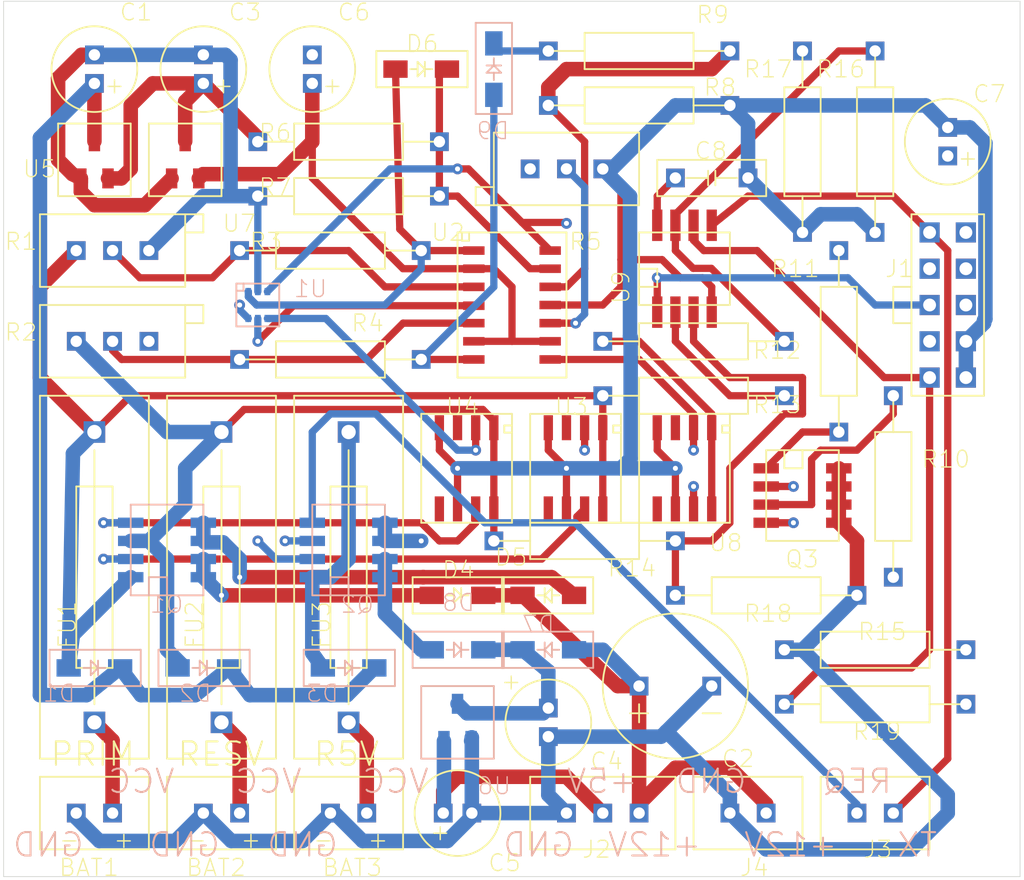
<source format=kicad_pcb>
(kicad_pcb (version 20221018) (generator pcbnew)
  (layers (0 "F.Cu" signal) (1 "In1.Cu" signal) (2 "In2.Cu" signal) (31 "B.Cu" signal) (34 "B.Paste" user) (35 "F.Paste" user) (36 "B.SilkS" user "B.Silkscreen") (37 "F.SilkS" user "F.Silkscreen") (38 "B.Mask" user) (39 "F.Mask" user) (44 "Edge.Cuts" user))
  (net 0 "")
  (net 1 "RESERVE_SUPPLY_12V")
  (net 2 "PRIMARY_SUPPLY_12V")
  (net 3 "GND")
  (net 4 "N$1")
  (net 5 "SUPPLY_CONTROL_+5V")
  (net 6 "IS_PRIMARY_BATTERY_OK")
  (net 7 "IS_USE_RESERVE_BATTERY")
  (net 8 "+5V")
  (net 9 "N$3")
  (net 10 "N$8")
  (net 11 "IS_RESERVE_BATTERY_OK")
  (net 12 "USE_PRIMARY_BATTERY")
  (net 13 "USE_RESERVE_BATTERY")
  (net 14 "PRIMARY_VOLTAGE_LEVEL")
  (net 15 "RESERVE_VOLTAGE_LEVEL")
  (net 16 "SUPPLY_UART_TX")
  (net 17 "+12V")
  (net 18 "IS_12V_POWER_OK")
  (net 19 "RESERVE_+5V_SUPPLY")
  (net 20 "N$26")
  (net 21 "RESERVE_+5V_LEVEL")
  (net 22 "N$9")
  (net 23 "N$18")
  (net 24 "N$19")
  (net 25 "N$12")
  (net 26 "N$13")
  (net 27 "SUPPLY_AVR_+5V")
  (net 28 "IS_ENABLE_RESERVE_+5V_INV")
  (net 29 "REQUEST_SUPPLY_MEASURE_INV")
  (net 30 "N$17")
  (net 31 "N$25")
  (net 32 "N$27")
  (net 33 "N$29")
  (net 34 "CURRENT_SUPPLY_IN_USE")
  (net 35 "USE_RESERVE_5V_BATTERY")
  (net 36 "N$5")
  (net 37 "N$2")
  (net 38 "SUPPLY_CONTROL_3V3")
  (net 39 "N$28")
  (net 40 "BAT3")
  (net 41 "BAT1")
  (net 42 "BAT2")
  (footprint "supply:SOIC-8" (layer "F.Cu") (at 161.2111 107.0611 -90)
    (fp_text reference "U8")
    (fp_text value "FAN73611" hide)
  )
  (footprint "supply:C-1" (layer "F.Cu") (at 162.4811 86.7411)
    (fp_text reference "C8")
    (fp_text value "0.1 uF" hide)
  )
  (footprint "supply:RD-3296W-1-205LF" (layer "F.Cu") (at 152.3211 86.1061 180)
    (fp_text reference "R5")
    (fp_text value "2M" hide)
  )
  (footprint "" (layer "F.Cu") (at 180.2611 78.4861)
    (fp_text reference "@HOLE1" hide)
    (fp_text value "")
  )
  (footprint "supply:SOIC-8" (layer "F.Cu") (at 145.9711 107.0611 -90)
    (fp_text reference "U4")
    (fp_text value "FAN73611" hide)
  )
  (footprint "supply:D-SOD-123FL" (layer "F.Cu") (at 151.0511 115.9511 180)
    (fp_text reference "D5")
    (fp_text value "MBR130LSFT1G" hide)
  )
  (footprint "supply:R" (layer "F.Cu") (at 161.2111 101.9811 180)
    (fp_text reference "R13")
    (fp_text value "2M" hide)
  )
  (footprint "supply:R" (layer "F.Cu") (at 168.8311 84.2011 90)
    (fp_text reference "R17")
    (fp_text value "1M" hide)
  )
  (footprint "supply:JST-XH254-2P" (layer "F.Cu") (at 173.9111 131.1911 180)
    (fp_text reference "J3")
    (fp_text value "JST-XH254-2P" hide)
  )
  (footprint "supply:R" (layer "F.Cu") (at 175.1811 108.3311 -90)
    (fp_text reference "R10")
    (fp_text value "10K" hide)
  )
  (footprint "supply:FU" (layer "F.Cu") (at 119.3011 114.6811 90)
    (fp_text reference "FU1")
    (fp_text value "H520PT / 1A" hide)
  )
  (footprint "supply:USBASP_PIN" (layer "F.Cu") (at 178.9911 95.6311)
    (fp_text reference "J1")
    (fp_text value "USBASP_PIN" hide)
  )
  (footprint "supply:R" (layer "F.Cu") (at 137.0811 84.2011)
    (fp_text reference "R6")
    (fp_text value "2M" hide)
  )
  (footprint "" (layer "F.Cu") (at 114.8561 76.5811)
    (fp_text reference "@HOLE0" hide)
    (fp_text value "")
  )
  (footprint "supply:C-MINI-5X7" (layer "F.Cu") (at 134.5411 79.1211 90)
    (fp_text reference "C6")
    (fp_text value "10 uF" hide)
  )
  (footprint "supply:BATTERY" (layer "F.Cu") (at 119.3011 131.1911)
    (fp_text reference "BAT1")
    (fp_text value "12V ... 15V" hide)
  )
  (footprint "supply:R" (layer "F.Cu") (at 173.9111 84.2011 90)
    (fp_text reference "R16")
    (fp_text value "1M" hide)
  )
  (footprint "supply:RD-3296W-1-205LF" (layer "F.Cu") (at 120.5711 98.1711)
    (fp_text reference "R2")
    (fp_text value "2M" hide)
  )
  (footprint "supply:D-SOD-123FL" (layer "F.Cu") (at 142.1611 79.1211)
    (fp_text reference "D6")
    (fp_text value "MBR130LSFT1G" hide)
  )
  (footprint "supply:R" (layer "F.Cu") (at 173.9111 119.7611)
    (fp_text reference "R15")
    (fp_text value "10K" hide)
  )
  (footprint "supply:FU" (layer "F.Cu") (at 137.0811 114.6811 90)
    (fp_text reference "FU3")
    (fp_text value "H520PT / 0.5A" hide)
  )
  (footprint "supply:RD-3296W-1-205LF" (layer "F.Cu") (at 120.5711 91.8211)
    (fp_text reference "R1")
    (fp_text value "2M" hide)
  )
  (footprint "supply:SOT-23A" (layer "F.Cu") (at 119.3011 85.4711)
    (fp_text reference "U5")
    (fp_text value "MCP1703T-5002E/CB" hide)
  )
  (footprint "supply:SOT-23A" (layer "F.Cu") (at 125.6511 85.4711)
    (fp_text reference "U7")
    (fp_text value "MCP1703T-3302E/CB" hide)
  )
  (footprint "supply:BATTERY" (layer "F.Cu") (at 137.0811 131.1911)
    (fp_text reference "BAT3")
    (fp_text value "10V ... 15V" hide)
  )
  (footprint "supply:FU" (layer "F.Cu") (at 128.1911 114.6811 90)
    (fp_text reference "FU2")
    (fp_text value "H520PT / 1A" hide)
  )
  (footprint "supply:R" (layer "F.Cu") (at 135.8111 99.4411 180)
    (fp_text reference "R4")
    (fp_text value "2M" hide)
  )
  (footprint "supply:D-SOD-123FL" (layer "F.Cu") (at 144.7011 115.9511)
    (fp_text reference "D4")
    (fp_text value "MBR130LSFT1G" hide)
  )
  (footprint "supply:SO-8-209" (layer "F.Cu") (at 161.2111 93.0911 90)
    (fp_text reference "U9")
    (fp_text value "ATTINY13SO-8-209" hide)
  )
  (footprint "supply:C-MINI-5X7" (layer "F.Cu") (at 119.3011 79.1211 90)
    (fp_text reference "C1")
    (fp_text value "10 uF" hide)
  )
  (footprint "supply:JST-XH254-3P" (layer "F.Cu") (at 154.8611 131.1911 180)
    (fp_text reference "J2")
    (fp_text value "JST-XH254-3P" hide)
  )
  (footprint "" (layer "F.Cu") (at 181.5311 133.0961)
    (fp_text reference "@HOLE2" hide)
    (fp_text value "")
  )
  (footprint "supply:R" (layer "F.Cu") (at 161.2111 98.1711 180)
    (fp_text reference "R12")
    (fp_text value "2M" hide)
  )
  (footprint "supply:R" (layer "F.Cu") (at 135.8111 91.8211)
    (fp_text reference "R3")
    (fp_text value "2M" hide)
  )
  (footprint "supply:BATTERY" (layer "F.Cu") (at 128.1911 131.1911)
    (fp_text reference "BAT2")
    (fp_text value "12V ... 15V" hide)
  )
  (footprint "supply:JST-XH254-2P" (layer "F.Cu") (at 165.0211 131.1911)
    (fp_text reference "J4")
    (fp_text value "JST-XH254-2P" hide)
  )
  (footprint "supply:R" (layer "F.Cu") (at 137.0811 88.0111)
    (fp_text reference "R7")
    (fp_text value "1M" hide)
  )
  (footprint "supply:R" (layer "F.Cu") (at 153.5911 112.1411 180)
    (fp_text reference "R14")
    (fp_text value "2M" hide)
  )
  (footprint "supply:R" (layer "F.Cu") (at 173.9111 123.5711 180)
    (fp_text reference "R19")
    (fp_text value "620" hide)
  )
  (footprint "supply:C-MINI-5X7" (layer "F.Cu") (at 178.9911 84.2011 90)
    (fp_text reference "C7")
    (fp_text value "10 uF" hide)
  )
  (footprint "supply:C-MINI-5X7" (layer "F.Cu") (at 126.9211 79.1211 90)
    (fp_text reference "C3")
    (fp_text value "10 uF" hide)
  )
  (footprint "supply:C-MINI-5X7" (layer "F.Cu") (at 144.7011 131.1911)
    (fp_text reference "C5")
    (fp_text value "10 uF" hide)
  )
  (footprint "supply:SO-14" (layer "F.Cu") (at 148.5111 95.6311)
    (fp_text reference "U2")
    (fp_text value "AD8544SO-14" hide)
  )
  (footprint "supply:R" (layer "F.Cu") (at 157.4011 77.8511 180)
    (fp_text reference "R9")
    (fp_text value "2M" hide)
  )
  (footprint "supply:SOIC-8" (layer "F.Cu") (at 153.5911 107.0611 -90)
    (fp_text reference "U3")
    (fp_text value "FAN73611" hide)
  )
  (footprint "supply:C" (layer "F.Cu") (at 159.9411 122.3011)
    (fp_text reference "C2")
    (fp_text value "1000 uF" hide)
  )
  (footprint "supply:R" (layer "F.Cu") (at 171.3711 98.1711 90)
    (fp_text reference "R11")
    (fp_text value "3K" hide)
  )
  (footprint "supply:R" (layer "F.Cu") (at 166.2911 115.9511 180)
    (fp_text reference "R18")
    (fp_text value "1M" hide)
  )
  (footprint "supply:C-MINI-5X7" (layer "F.Cu") (at 151.0511 124.8411 -90)
    (fp_text reference "C4")
    (fp_text value "10 uF" hide)
  )
  (footprint "supply:R" (layer "F.Cu") (at 157.4011 81.6611)
    (fp_text reference "R8")
    (fp_text value "2M" hide)
  )
  (footprint "supply:SO-8" (layer "F.Cu") (at 168.8311 109.6011)
    (fp_text reference "Q3")
    (fp_text value "FDS4935A" hide)
  )
  (footprint "supply:SO-8" (layer "B.Cu") (at 137.0811 112.1411)
    (fp_text reference "Q2")
    (fp_text value "FDS4935A" hide)
  )
  (footprint "supply:D-SOD-123FL" (layer "B.Cu") (at 137.0811 121.0311)
    (fp_text reference "D3")
    (fp_text value "MBR130LSFT1G" hide)
  )
  (footprint "supply:D-SOD-123FL" (layer "B.Cu") (at 119.3011 121.0311)
    (fp_text reference "D1")
    (fp_text value "MBR130LSFT1G" hide)
  )
  (footprint "supply:SO-8" (layer "B.Cu") (at 124.3811 112.1411)
    (fp_text reference "Q1")
    (fp_text value "FDS4935A" hide)
  )
  (footprint "supply:D-SOD-123FL" (layer "B.Cu") (at 144.7011 119.7611)
    (fp_text reference "D8")
    (fp_text value "MBR130LSFT1G" hide)
  )
  (footprint "supply:D-SOD-123FL" (layer "B.Cu") (at 126.9211 121.0311)
    (fp_text reference "D2")
    (fp_text value "MBR130LSFT1G" hide)
  )
  (footprint "supply:SC70" (layer "B.Cu") (at 130.7311 95.6311 -90)
    (fp_text reference "U1")
    (fp_text value "NC7WZ04" hide)
  )
  (footprint "supply:SOT-23A" (layer "B.Cu") (at 144.7011 124.8411 180)
    (fp_text reference "U6")
    (fp_text value "MCP1703T-5002E/CB" hide)
  )
  (footprint "supply:D-SOD-123FL" (layer "B.Cu") (at 147.2411 79.1211 90)
    (fp_text reference "D9")
    (fp_text value "MBR130LSFT1G" hide)
  )
  (footprint "supply:D-SOD-123FL" (layer "B.Cu") (at 151.0511 119.7611 180)
    (fp_text reference "D7")
    (fp_text value "MBR130LSFT1G" hide)
  )
  (gr_line (start 184.0511 74.3711) (end 112.9511 74.3711) (stroke (width 0.05)) (layer "Edge.Cuts"))
  (gr_line (start 184.0511 135.6361) (end 184.0511 74.3711) (stroke (width 0.05)) (layer "Edge.Cuts"))
  (gr_line (start 112.9511 74.3711) (end 112.9511 135.6361) (stroke (width 0.05)) (layer "Edge.Cuts"))
  (gr_line (start 112.9511 135.6361) (end 184.0511 135.6361) (stroke (width 0.05)) (layer "Edge.Cuts"))
  (gr_text "VCC" (at 142.7961 129.9211) (layer "B.SilkS") (effects (font (size 1.63576 1.63576) (thickness 0.14224)) (justify left bottom mirror)))
  (gr_text "GND" (at 118.6661 134.3661) (layer "B.SilkS") (effects (font (size 1.63576 1.63576) (thickness 0.14224)) (justify left bottom mirror)))
  (gr_text "+12V" (at 161.8461 134.3661) (layer "B.SilkS") (effects (font (size 1.63576 1.63576) (thickness 0.14224)) (justify left bottom mirror)))
  (gr_text "REQ" (at 175.1811 129.9211) (layer "B.SilkS") (effects (font (size 1.63576 1.63576) (thickness 0.14224)) (justify left bottom mirror)))
  (gr_text "+5V" (at 157.4011 129.9211) (layer "B.SilkS") (effects (font (size 1.63576 1.63576) (thickness 0.14224)) (justify left bottom mirror)))
  (gr_text "GND" (at 128.1911 134.3661) (layer "B.SilkS") (effects (font (size 1.63576 1.63576) (thickness 0.14224)) (justify left bottom mirror)))
  (gr_text "GND" (at 136.4461 134.3661) (layer "B.SilkS") (effects (font (size 1.63576 1.63576) (thickness 0.14224)) (justify left bottom mirror)))
  (gr_text "GND" (at 152.9561 134.3661) (layer "B.SilkS") (effects (font (size 1.63576 1.63576) (thickness 0.14224)) (justify left bottom mirror)))
  (gr_text "VCC" (at 133.9061 129.9211) (layer "B.SilkS") (effects (font (size 1.63576 1.63576) (thickness 0.14224)) (justify left bottom mirror)))
  (gr_text "VCC" (at 125.0161 129.9211) (layer "B.SilkS") (effects (font (size 1.63576 1.63576) (thickness 0.14224)) (justify left bottom mirror)))
  (gr_text "+12V" (at 171.3711 134.3661) (layer "B.SilkS") (effects (font (size 1.63576 1.63576) (thickness 0.14224)) (justify left bottom mirror)))
  (gr_text "TX" (at 178.3561 134.3661) (layer "B.SilkS") (effects (font (size 1.63576 1.63576) (thickness 0.14224)) (justify left bottom mirror)))
  (gr_text "GND" (at 165.0211 129.9211) (layer "B.SilkS") (effects (font (size 1.63576 1.63576) (thickness 0.14224)) (justify left bottom mirror)))
  (gr_text "PRIM" (at 116.1261 128.0161) (layer "F.SilkS") (effects (font (size 1.63576 1.63576) (thickness 0.14224)) (justify left bottom)))
  (gr_text "R5V" (at 134.5411 128.0161) (layer "F.SilkS") (effects (font (size 1.63576 1.63576) (thickness 0.14224)) (justify left bottom)))
  (gr_text "RESV" (at 125.0161 128.0161) (layer "F.SilkS") (effects (font (size 1.63576 1.63576) (thickness 0.14224)) (justify left bottom)))
  (segment (start 146.464437 102.9397) (end 147.2411 103.716363) (width 0.508) (layer "F.Cu") (net 1))
  (segment (start 129.7725 102.9397) (end 146.464437 102.9397) (width 0.508) (layer "F.Cu") (net 1))
  (segment (start 129.7725 102.9397) (end 128.1911 104.5211) (width 0.508) (layer "F.Cu") (net 1))
  (segment (start 147.2411 104.2211) (end 147.2411 109.9011) (width 0.508) (layer "F.Cu") (net 1))
  (segment (start 147.2411 109.9011) (end 147.2411 112.1411) (width 0.508) (layer "F.Cu") (net 1))
  (segment (start 147.2411 103.716363) (end 147.2411 104.2211) (width 0.508) (layer "F.Cu") (net 1))
  (segment (start 124.3811 119.7611) (end 124.3811 113.4111) (width 1.016) (layer "B.Cu") (net 1))
  (segment (start 124.3811 113.4111) (end 123.1111 112.1411) (width 1.016) (layer "B.Cu") (net 1))
  (segment (start 125.6511 109.6011) (end 125.6511 107.0611) (width 1.016) (layer "B.Cu") (net 1))
  (segment (start 124.3811 104.5211) (end 118.0311 98.1711) (width 1.016) (layer "B.Cu") (net 1))
  (segment (start 128.1911 104.5211) (end 124.3811 104.5211) (width 1.016) (layer "B.Cu") (net 1))
  (segment (start 123.1111 112.1411) (end 125.6511 109.6011) (width 1.016) (layer "B.Cu") (net 1))
  (segment (start 125.1211 121.0311) (end 125.4211 120.8011) (width 1.016) (layer "B.Cu") (net 1))
  (segment (start 123.1111 112.1411) (end 121.8411 112.1411) (width 1.016) (layer "B.Cu") (net 1))
  (segment (start 125.4211 120.8011) (end 124.3811 119.7611) (width 1.016) (layer "B.Cu") (net 1))
  (segment (start 125.6511 107.0611) (end 128.1911 104.5211) (width 1.016) (layer "B.Cu") (net 1))
  (segment (start 154.8611 101.9811) (end 121.8411 101.9811) (width 0.508) (layer "F.Cu") (net 2))
  (segment (start 154.8611 104.2211) (end 154.8611 101.9811) (width 0.508) (layer "F.Cu") (net 2))
  (segment (start 154.8611 104.2211) (end 154.8611 109.9011) (width 0.508) (layer "F.Cu") (net 2))
  (segment (start 119.3011 104.5211) (end 115.4911 100.7111) (width 1.016) (layer "F.Cu") (net 2))
  (segment (start 121.8411 101.9811) (end 119.3011 104.5211) (width 0.508) (layer "F.Cu") (net 2))
  (segment (start 115.4911 100.7111) (end 115.4911 94.3611) (width 1.016) (layer "F.Cu") (net 2))
  (segment (start 115.4911 94.3611) (end 118.0311 91.8211) (width 1.016) (layer "F.Cu") (net 2))
  (segment (start 117.8011 118.7211) (end 117.5011 121.0311) (width 1.016) (layer "B.Cu") (net 2))
  (segment (start 117.8011 106.0211) (end 119.3011 104.5211) (width 1.016) (layer "B.Cu") (net 2))
  (segment (start 121.8411 114.6811) (end 117.8011 118.7211) (width 1.016) (layer "B.Cu") (net 2))
  (segment (start 117.5011 121.0311) (end 117.8011 106.0211) (width 1.016) (layer "B.Cu") (net 2))
  (segment (start 118.3511 86.7711) (end 118.3511 87.0611) (width 1.016) (layer "F.Cu") (net 3))
  (segment (start 156.1311 94.3611) (end 154.8611 95.6311) (width 0.508) (layer "F.Cu") (net 3))
  (segment (start 161.8461 93.7261) (end 160.27715 93.7261) (width 0.508) (layer "F.Cu") (net 3))
  (segment (start 151.0511 104.2211) (end 151.0511 105.7911) (width 0.508) (layer "F.Cu") (net 3))
  (segment (start 160.27715 93.7261) (end 159.00715 92.4561) (width 0.508) (layer "F.Cu") (net 3))
  (segment (start 143.4311 105.7911) (end 143.4311 104.2211) (width 0.508) (layer "F.Cu") (net 3))
  (segment (start 117.7611 86.4711) (end 116.7611 85.4711) (width 1.016) (layer "F.Cu") (net 3))
  (segment (start 171.3711 107.0611) (end 171.3711 108.3311) (width 1.016) (layer "F.Cu") (net 3))
  (segment (start 158.6711 104.2211) (end 158.6711 105.7911) (width 0.508) (layer "F.Cu") (net 3))
  (segment (start 162.4811 94.3611) (end 162.4811 96.1311) (width 0.508) (layer "F.Cu") (net 3))
  (segment (start 172.6411 112.1411) (end 172.6411 115.9511) (width 1.016) (layer "F.Cu") (net 3))
  (segment (start 171.3711 110.8711) (end 172.6411 112.1411) (width 1.016) (layer "F.Cu") (net 3))
  (segment (start 152.3211 107.0611) (end 152.3211 109.9011) (width 0.508) (layer "F.Cu") (net 3))
  (segment (start 118.3511 86.7711) (end 117.7611 86.4711) (width 1.016) (layer "F.Cu") (net 3))
  (segment (start 119.3011 88.6461) (end 122.8261 88.6461) (width 1.016) (layer "F.Cu") (net 3))
  (segment (start 158.6711 105.7911) (end 159.9411 107.0611) (width 0.508) (layer "F.Cu") (net 3))
  (segment (start 151.0511 105.7911) (end 152.3211 107.0611) (width 0.508) (layer "F.Cu") (net 3))
  (segment (start 156.1311 94.3611) (end 156.1311 92.4561) (width 0.508) (layer "F.Cu") (net 3))
  (segment (start 143.4311 105.7911) (end 144.7011 107.0611) (width 0.508) (layer "F.Cu") (net 3))
  (segment (start 162.4811 94.3611) (end 161.8461 93.7261) (width 0.508) (layer "F.Cu") (net 3))
  (segment (start 154.8611 86.1061) (end 156.1311 87.3761) (width 0.508) (layer "F.Cu") (net 3))
  (segment (start 159.00715 92.4561) (end 156.1311 92.4561) (width 0.508) (layer "F.Cu") (net 3))
  (segment (start 116.7611 79.7561) (end 118.3961 78.1211) (width 1.016) (layer "F.Cu") (net 3))
  (segment (start 144.7011 107.0611) (end 144.7011 109.9011) (width 0.508) (layer "F.Cu") (net 3))
  (segment (start 118.3961 78.1211) (end 119.3011 78.1211) (width 1.016) (layer "F.Cu") (net 3))
  (segment (start 159.9411 107.0611) (end 159.9411 109.9011) (width 0.508) (layer "F.Cu") (net 3))
  (segment (start 122.8261 88.6461) (end 124.7011 86.7711) (width 1.016) (layer "F.Cu") (net 3))
  (segment (start 118.3511 87.6961) (end 119.3011 88.6461) (width 1.016) (layer "F.Cu") (net 3))
  (segment (start 116.7611 85.4711) (end 116.7611 79.7561) (width 1.016) (layer "F.Cu") (net 3))
  (segment (start 156.1311 87.3761) (end 156.1311 92.4561) (width 0.508) (layer "F.Cu") (net 3))
  (segment (start 171.3711 109.6011) (end 171.3711 110.8711) (width 1.016) (layer "F.Cu") (net 3))
  (segment (start 118.3511 86.7711) (end 118.3511 87.6961) (width 1.016) (layer "F.Cu") (net 3))
  (segment (start 171.3711 108.3311) (end 171.3711 109.6011) (width 1.016) (layer "F.Cu") (net 3))
  (segment (start 154.8611 95.6311) (end 151.1811 95.6311) (width 0.508) (layer "F.Cu") (net 3))
  (via (at 152.3211 107.0611) (size 0.7564) (drill 0.35) (layers "F.Cu" "B.Cu") (net 3))
  (via (at 144.7011 107.0611) (size 0.7564) (drill 0.35) (layers "F.Cu" "B.Cu") (net 3))
  (via (at 159.9411 107.0611) (size 0.7564) (drill 0.35) (layers "F.Cu" "B.Cu") (net 3))
  (segment (start 151.0511 129.9211) (end 151.0511 125.8411) (width 1.016) (layer "B.Cu") (net 3))
  (segment (start 163.7511 129.9211) (end 163.7511 131.1911) (width 1.016) (layer "B.Cu") (net 3))
  (segment (start 152.3211 107.0611) (end 156.1311 107.0611) (width 1.016) (layer "B.Cu") (net 3))
  (segment (start 128.8705 133.1405) (end 133.8617 133.1405) (width 1.016) (layer "B.Cu") (net 3))
  (segment (start 119.643556 133.1405) (end 124.9717 133.1405) (width 1.016) (layer "B.Cu") (net 3))
  (segment (start 135.8111 131.1911) (end 136.109156 131.1911) (width 1.016) (layer "B.Cu") (net 3))
  (segment (start 181.6255 84.2955) (end 181.6255 96.608644) (width 1.016) (layer "B.Cu") (net 3))
  (segment (start 158.9411 125.8411) (end 159.3061 125.4761) (width 1.016) (layer "B.Cu") (net 3))
  (segment (start 156.7661 97.834157) (end 156.8105 97.878557) (width 1.016) (layer "B.Cu") (net 3))
  (segment (start 145.7011 131.1911) (end 152.3211 131.1911) (width 1.016) (layer "B.Cu") (net 3))
  (segment (start 156.8105 97.878557) (end 156.8105 106.3817) (width 1.016) (layer "B.Cu") (net 3))
  (segment (start 178.9911 129.9211) (end 168.8311 119.7611) (width 1.016) (layer "B.Cu") (net 3))
  (segment (start 167.5611 119.7611) (end 168.8311 119.7611) (width 1.016) (layer "B.Cu") (net 3))
  (segment (start 151.0511 125.8411) (end 158.9411 125.8411) (width 1.016) (layer "B.Cu") (net 3))
  (segment (start 124.9717 133.1405) (end 126.9211 131.1911) (width 1.016) (layer "B.Cu") (net 3))
  (segment (start 159.9411 81.6611) (end 163.7511 81.6611) (width 1.016) (layer "B.Cu") (net 3))
  (segment (start 145.6511 126.1411) (end 145.7011 125.8911) (width 1.016) (layer "B.Cu") (net 3))
  (segment (start 126.9211 131.1911) (end 128.8705 133.1405) (width 1.016) (layer "B.Cu") (net 3))
  (segment (start 138.058556 133.1405) (end 143.993643 133.1405) (width 1.016) (layer "B.Cu") (net 3))
  (segment (start 165.0211 86.7411) (end 168.8311 90.5511) (width 1.016) (layer "B.Cu") (net 3))
  (segment (start 118.0311 131.1911) (end 118.0311 131.528044) (width 1.016) (layer "B.Cu") (net 3))
  (segment (start 156.1311 107.0611) (end 159.9411 107.0611) (width 1.016) (layer "B.Cu") (net 3))
  (segment (start 133.8617 133.1405) (end 135.8111 131.1911) (width 1.016) (layer "B.Cu") (net 3))
  (segment (start 156.8105 106.3817) (end 156.1311 107.0611) (width 1.016) (layer "B.Cu") (net 3))
  (segment (start 180.2611 98.1711) (end 180.2611 100.7111) (width 1.016) (layer "B.Cu") (net 3))
  (segment (start 119.643556 133.1405) (end 118.0311 131.528044) (width 1.016) (layer "B.Cu") (net 3))
  (segment (start 144.7011 107.0611) (end 152.3211 107.0611) (width 1.016) (layer "B.Cu") (net 3))
  (segment (start 156.7661 97.834157) (end 156.7661 88.0111) (width 1.016) (layer "B.Cu") (net 3))
  (segment (start 176.4511 133.7311) (end 166.2911 133.7311) (width 1.016) (layer "B.Cu") (net 3))
  (segment (start 181.5311 96.9011) (end 180.2611 98.1711) (width 1.016) (layer "B.Cu") (net 3))
  (segment (start 181.6255 96.608644) (end 181.5311 96.703044) (width 1.016) (layer "B.Cu") (net 3))
  (segment (start 168.8311 119.7611) (end 172.6411 115.9511) (width 1.016) (layer "B.Cu") (net 3))
  (segment (start 159.9411 81.6611) (end 155.4961 86.1061) (width 1.016) (layer "B.Cu") (net 3))
  (segment (start 178.9911 131.1911) (end 176.4511 133.7311) (width 1.016) (layer "B.Cu") (net 3))
  (segment (start 159.3061 125.4761) (end 163.7511 129.9211) (width 1.016) (layer "B.Cu") (net 3))
  (segment (start 143.993643 133.1405) (end 145.7011 131.433044) (width 1.016) (layer "B.Cu") (net 3))
  (segment (start 159.3061 125.4761) (end 162.4811 122.3011) (width 1.016) (layer "B.Cu") (net 3))
  (segment (start 154.8611 86.1061) (end 155.4961 86.1061) (width 1.016) (layer "B.Cu") (net 3))
  (segment (start 119.3011 78.1211) (end 126.9211 78.1211) (width 1.016) (layer "B.Cu") (net 3))
  (segment (start 128.4611 78.1211) (end 128.8261 78.4861) (width 1.016) (layer "B.Cu") (net 3))
  (segment (start 178.9911 131.1911) (end 178.9911 129.9211) (width 1.016) (layer "B.Cu") (net 3))
  (segment (start 152.3211 131.1911) (end 151.0511 129.9211) (width 1.016) (layer "B.Cu") (net 3))
  (segment (start 130.7311 88.0111) (end 130.7311 94.6911) (width 0.508) (layer "B.Cu") (net 3))
  (segment (start 136.109156 131.1911) (end 138.058556 133.1405) (width 1.016) (layer "B.Cu") (net 3))
  (segment (start 130.7311 88.0111) (end 128.8261 88.0111) (width 1.016) (layer "B.Cu") (net 3))
  (segment (start 165.0211 82.9311) (end 165.0211 86.7411) (width 1.016) (layer "B.Cu") (net 3))
  (segment (start 172.6411 89.2811) (end 173.9111 90.5511) (width 1.016) (layer "B.Cu") (net 3))
  (segment (start 166.2911 133.7311) (end 163.7511 131.1911) (width 1.016) (layer "B.Cu") (net 3))
  (segment (start 145.7011 125.8911) (end 145.7011 131.1911) (width 1.016) (layer "B.Cu") (net 3))
  (segment (start 156.7661 88.0111) (end 154.8611 86.1061) (width 1.016) (layer "B.Cu") (net 3))
  (segment (start 126.9211 88.0111) (end 128.8261 88.0111) (width 1.016) (layer "B.Cu") (net 3))
  (segment (start 168.8311 90.5511) (end 170.1011 89.2811) (width 1.016) (layer "B.Cu") (net 3))
  (segment (start 145.7011 131.433044) (end 145.7011 131.1911) (width 1.016) (layer "B.Cu") (net 3))
  (segment (start 126.9211 78.1211) (end 128.4611 78.1211) (width 1.016) (layer "B.Cu") (net 3))
  (segment (start 180.5311 83.2011) (end 181.6255 84.2955) (width 1.016) (layer "B.Cu") (net 3))
  (segment (start 181.5311 96.703044) (end 181.5311 96.9011) (width 1.016) (layer "B.Cu") (net 3))
  (segment (start 128.8261 78.4861) (end 128.8261 88.0111) (width 1.016) (layer "B.Cu") (net 3))
  (segment (start 163.7511 81.6611) (end 165.0211 82.9311) (width 1.016) (layer "B.Cu") (net 3))
  (segment (start 178.9911 83.2011) (end 180.5311 83.2011) (width 1.016) (layer "B.Cu") (net 3))
  (segment (start 123.1111 91.8211) (end 126.9211 88.0111) (width 1.016) (layer "B.Cu") (net 3))
  (segment (start 177.4511 81.6611) (end 178.9911 83.2011) (width 1.016) (layer "B.Cu") (net 3))
  (segment (start 163.7511 81.6611) (end 177.4511 81.6611) (width 1.016) (layer "B.Cu") (net 3))
  (segment (start 170.1011 89.2811) (end 172.6411 89.2811) (width 1.016) (layer "B.Cu") (net 3))
  (segment (start 119.3011 84.1711) (end 119.3011 80.1211) (width 1.016) (layer "F.Cu") (net 4))
  (segment (start 124.522556 122.9365) (end 126.365746 122.9365) (width 1.016) (layer "B.Cu") (net 4))
  (segment (start 121.1011 121.0311) (end 122.5561 122.9361) (width 1.016) (layer "B.Cu") (net 4))
  (segment (start 115.4911 83.9311) (end 119.3011 80.1211) (width 1.016) (layer "B.Cu") (net 4))
  (segment (start 126.365746 122.9365) (end 128.7211 121.0311) (width 1.016) (layer "B.Cu") (net 4))
  (segment (start 130.176546 122.9365) (end 135.844643 122.9365) (width 1.016) (layer "B.Cu") (net 4))
  (segment (start 135.845043 122.9361) (end 136.9761 122.9361) (width 1.016) (layer "B.Cu") (net 4))
  (segment (start 118.745746 122.9365) (end 115.4911 122.9365) (width 1.016) (layer "B.Cu") (net 4))
  (segment (start 115.4911 122.9365) (end 115.4911 83.9311) (width 1.016) (layer "B.Cu") (net 4))
  (segment (start 122.5561 122.9361) (end 124.522156 122.9361) (width 1.016) (layer "B.Cu") (net 4))
  (segment (start 136.9761 122.9361) (end 138.8811 121.0311) (width 1.016) (layer "B.Cu") (net 4))
  (segment (start 124.522156 122.9361) (end 124.522556 122.9365) (width 1.016) (layer "B.Cu") (net 4))
  (segment (start 135.844643 122.9365) (end 135.845043 122.9361) (width 1.016) (layer "B.Cu") (net 4))
  (segment (start 128.7211 121.0311) (end 130.176546 122.9365) (width 1.016) (layer "B.Cu") (net 4))
  (segment (start 121.1011 121.0311) (end 118.745746 122.9365) (width 1.016) (layer "B.Cu") (net 4))
  (segment (start 125.6511 84.1711) (end 125.6511 81.3911) (width 1.016) (layer "F.Cu") (net 5))
  (segment (start 126.9211 80.1211) (end 130.7311 83.9311) (width 1.016) (layer "F.Cu") (net 5))
  (segment (start 123.3811 80.1211) (end 126.9211 80.1211) (width 1.016) (layer "F.Cu") (net 5))
  (segment (start 120.2511 86.7711) (end 121.1761 86.7711) (width 1.016) (layer "F.Cu") (net 5))
  (segment (start 130.7311 83.9311) (end 130.7311 84.2011) (width 1.016) (layer "F.Cu") (net 5))
  (segment (start 121.8411 86.1061) (end 121.1761 86.7711) (width 1.016) (layer "F.Cu") (net 5))
  (segment (start 121.8411 86.1061) (end 121.8411 81.6611) (width 1.016) (layer "F.Cu") (net 5))
  (segment (start 121.8411 81.6611) (end 123.3811 80.1211) (width 1.016) (layer "F.Cu") (net 5))
  (segment (start 133.2211 95.6811) (end 130.7311 98.1711) (width 0.508) (layer "F.Cu") (net 5))
  (segment (start 125.6511 81.3911) (end 126.9211 80.1211) (width 1.016) (layer "F.Cu") (net 5))
  (segment (start 145.8411 95.6811) (end 133.2211 95.6811) (width 0.508) (layer "F.Cu") (net 5))
  (via (at 130.7311 98.1711) (size 0.7564) (drill 0.35) (layers "F.Cu" "B.Cu") (net 5))
  (segment (start 130.7311 96.5711) (end 130.7311 98.1711) (width 0.508) (layer "B.Cu") (net 5))
  (segment (start 140.3611 79.1211) (end 140.6611 90.3211) (width 0.508) (layer "F.Cu") (net 6))
  (segment (start 140.6611 90.3211) (end 142.1611 91.8211) (width 0.508) (layer "F.Cu") (net 6))
  (segment (start 145.8411 91.8211) (end 142.1611 91.8211) (width 0.508) (layer "F.Cu") (net 6))
  (segment (start 142.1611 93.0911) (end 142.1611 91.8211) (width 0.508) (layer "B.Cu") (net 6))
  (segment (start 139.6211 95.6311) (end 142.1611 93.0911) (width 0.508) (layer "B.Cu") (net 6))
  (segment (start 130.0611 94.6911) (end 130.0707 94.7007) (width 0.508) (layer "B.Cu") (net 6))
  (segment (start 130.0707 94.7007) (end 130.0707 95.055438) (width 0.508) (layer "B.Cu") (net 6))
  (segment (start 130.646362 95.6311) (end 139.6211 95.6311) (width 0.508) (layer "B.Cu") (net 6))
  (segment (start 130.0707 95.055438) (end 130.646362 95.6311) (width 0.508) (layer "B.Cu") (net 6))
  (segment (start 149.2111 89.8511) (end 145.4661 86.1061) (width 0.508) (layer "F.Cu") (net 7))
  (segment (start 166.2911 110.8711) (end 168.1961 110.8711) (width 0.508) (layer "F.Cu") (net 7))
  (segment (start 152.2561 89.8511) (end 149.2111 89.8511) (width 0.508) (layer "F.Cu") (net 7))
  (segment (start 151.1811 91.8211) (end 149.2111 89.8511) (width 0.508) (layer "F.Cu") (net 7))
  (segment (start 145.4661 86.1061) (end 144.7011 86.1061) (width 0.508) (layer "F.Cu") (net 7))
  (segment (start 152.3211 89.9161) (end 152.2561 89.8511) (width 0.508) (layer "F.Cu") (net 7))
  (via (at 152.3211 89.9161) (size 0.7564) (drill 0.35) (layers "F.Cu" "B.Cu") (net 7))
  (via (at 144.7011 86.1061) (size 0.7564) (drill 0.35) (layers "F.Cu" "B.Cu") (net 7))
  (via (at 168.1961 110.8711) (size 0.7564) (drill 0.35) (layers "F.Cu" "B.Cu") (net 7))
  (segment (start 131.4011 94.6911) (end 139.9861 86.1061) (width 0.508) (layer "B.Cu") (net 7))
  (segment (start 139.9861 86.1061) (end 144.7011 86.1061) (width 0.508) (layer "B.Cu") (net 7))
  (segment (start 143.7011 131.1911) (end 143.7011 129.6511) (width 1.016) (layer "F.Cu") (net 8))
  (segment (start 152.3211 128.6511) (end 154.8611 131.1911) (width 1.016) (layer "F.Cu") (net 8))
  (segment (start 144.7011 128.6511) (end 152.3211 128.6511) (width 1.016) (layer "F.Cu") (net 8))
  (segment (start 143.7011 129.6511) (end 144.7011 128.6511) (width 1.016) (layer "F.Cu") (net 8))
  (via (at 132.6361 112.1411) (size 0.7564) (drill 0.35) (layers "F.Cu" "B.Cu") (net 8))
  (segment (start 143.7511 131.1411) (end 143.7011 131.1911) (width 1.016) (layer "B.Cu") (net 8))
  (segment (start 143.7511 126.1411) (end 143.7511 131.1411) (width 1.016) (layer "B.Cu") (net 8))
  (segment (start 134.5411 112.1411) (end 132.6361 112.1411) (width 0.508) (layer "B.Cu") (net 8))
  (segment (start 127.5561 93.7261) (end 129.4611 91.8211) (width 0.508) (layer "F.Cu") (net 9))
  (segment (start 120.5711 91.8211) (end 122.4761 93.7261) (width 0.508) (layer "F.Cu") (net 9))
  (segment (start 137.0811 91.8211) (end 139.6211 94.3611) (width 0.508) (layer "F.Cu") (net 9))
  (segment (start 139.6211 94.3611) (end 145.8411 94.3611) (width 0.508) (layer "F.Cu") (net 9))
  (segment (start 129.4611 91.8211) (end 137.0811 91.8211) (width 0.508) (layer "F.Cu") (net 9))
  (segment (start 122.4761 93.7261) (end 127.5561 93.7261) (width 0.508) (layer "F.Cu") (net 9))
  (segment (start 138.3511 99.4411) (end 140.8911 96.9011) (width 0.508) (layer "F.Cu") (net 10))
  (segment (start 120.5711 98.1711) (end 120.5711 98.8061) (width 0.508) (layer "F.Cu") (net 10))
  (segment (start 120.5711 98.8061) (end 121.2061 99.4411) (width 0.508) (layer "F.Cu") (net 10))
  (segment (start 129.4611 99.4411) (end 138.3511 99.4411) (width 0.508) (layer "F.Cu") (net 10))
  (segment (start 140.8911 96.9011) (end 145.8411 96.9011) (width 0.508) (layer "F.Cu") (net 10))
  (segment (start 121.2061 99.4411) (end 129.4611 99.4411) (width 0.508) (layer "F.Cu") (net 10))
  (segment (start 145.8411 99.4411) (end 142.1611 99.4411) (width 0.508) (layer "F.Cu") (net 11))
  (segment (start 147.2411 94.3611) (end 142.1611 99.4411) (width 0.508) (layer "B.Cu") (net 11))
  (segment (start 147.2411 80.9211) (end 147.2411 94.3611) (width 0.508) (layer "B.Cu") (net 11))
  (segment (start 153.0525 110.944438) (end 150.585837 113.4111) (width 0.508) (layer "F.Cu") (net 12))
  (segment (start 153.5911 109.9011) (end 153.0525 110.4397) (width 0.508) (layer "F.Cu") (net 12))
  (segment (start 153.0525 110.4397) (end 153.0525 110.944438) (width 0.508) (layer "F.Cu") (net 12))
  (segment (start 150.585837 113.4111) (end 119.9361 113.4111) (width 0.508) (layer "F.Cu") (net 12))
  (via (at 119.9361 113.4111) (size 0.7564) (drill 0.35) (layers "F.Cu" "B.Cu") (net 12))
  (segment (start 121.8411 113.4111) (end 119.9361 113.4111) (width 0.508) (layer "B.Cu") (net 12))
  (segment (start 144.7011 112.1411) (end 145.9711 110.8711) (width 0.508) (layer "F.Cu") (net 13))
  (segment (start 143.4311 112.1411) (end 144.7011 112.1411) (width 0.508) (layer "F.Cu") (net 13))
  (segment (start 119.9361 110.8711) (end 142.1611 110.8711) (width 0.508) (layer "F.Cu") (net 13))
  (segment (start 142.1611 110.8711) (end 143.4311 112.1411) (width 0.508) (layer "F.Cu") (net 13))
  (segment (start 145.9711 110.8711) (end 145.9711 109.9011) (width 0.508) (layer "F.Cu") (net 13))
  (via (at 119.9361 110.8711) (size 0.7564) (drill 0.35) (layers "F.Cu" "B.Cu") (net 13))
  (segment (start 121.8411 110.8711) (end 119.9361 110.8711) (width 0.508) (layer "B.Cu") (net 13))
  (segment (start 159.9411 96.1311) (end 159.9411 98.1711) (width 0.508) (layer "F.Cu") (net 14))
  (segment (start 159.9411 98.1711) (end 163.7511 101.9811) (width 0.508) (layer "F.Cu") (net 14))
  (segment (start 163.7511 101.9811) (end 167.5611 101.9811) (width 0.508) (layer "F.Cu") (net 14))
  (segment (start 162.4811 112.1411) (end 163.7511 110.8711) (width 0.508) (layer "F.Cu") (net 15))
  (segment (start 163.7511 110.8711) (end 163.7511 107.0611) (width 0.508) (layer "F.Cu") (net 15))
  (segment (start 161.2111 98.1711) (end 161.2111 96.1311) (width 0.508) (layer "F.Cu") (net 15))
  (segment (start 159.9411 112.1411) (end 159.9411 115.9511) (width 0.508) (layer "F.Cu") (net 15))
  (segment (start 163.7511 100.7111) (end 161.2111 98.1711) (width 0.508) (layer "F.Cu") (net 15))
  (segment (start 163.7511 107.0611) (end 167.5611 103.2511) (width 0.508) (layer "F.Cu") (net 15))
  (segment (start 168.8311 103.2511) (end 167.5611 103.2511) (width 0.508) (layer "F.Cu") (net 15))
  (segment (start 168.8311 100.7111) (end 163.7511 100.7111) (width 0.508) (layer "F.Cu") (net 15))
  (segment (start 168.8311 103.2511) (end 168.8311 100.7111) (width 0.508) (layer "F.Cu") (net 15))
  (segment (start 159.9411 112.1411) (end 162.4811 112.1411) (width 0.508) (layer "F.Cu") (net 15))
  (segment (start 178.9911 127.3811) (end 178.9911 91.8211) (width 0.508) (layer "F.Cu") (net 16))
  (segment (start 175.1811 88.0111) (end 165.0211 88.0111) (width 0.508) (layer "F.Cu") (net 16))
  (segment (start 175.1811 131.1911) (end 178.9911 127.3811) (width 0.508) (layer "F.Cu") (net 16))
  (segment (start 177.7211 90.5511) (end 175.1811 88.0111) (width 0.508) (layer "F.Cu") (net 16))
  (segment (start 165.0211 88.0111) (end 162.4811 90.0511) (width 0.508) (layer "F.Cu") (net 16))
  (segment (start 178.9911 91.8211) (end 177.7211 90.5511) (width 0.508) (layer "F.Cu") (net 16))
  (segment (start 157.4011 130.5561) (end 159.9411 128.0161) (width 1.016) (layer "F.Cu") (net 17))
  (segment (start 163.7511 128.0161) (end 166.2911 130.5561) (width 1.016) (layer "F.Cu") (net 17))
  (segment (start 159.9411 128.0161) (end 163.7511 128.0161) (width 1.016) (layer "F.Cu") (net 17))
  (segment (start 157.4011 131.1911) (end 157.4011 130.5561) (width 1.016) (layer "F.Cu") (net 17))
  (segment (start 155.9011 122.3011) (end 157.4011 122.3011) (width 1.016) (layer "F.Cu") (net 17))
  (segment (start 146.5011 115.9511) (end 149.2511 115.9511) (width 1.016) (layer "F.Cu") (net 17))
  (segment (start 149.2511 115.9511) (end 155.9011 122.3011) (width 1.016) (layer "F.Cu") (net 17))
  (segment (start 166.2911 130.5561) (end 166.2911 131.1911) (width 1.016) (layer "F.Cu") (net 17))
  (segment (start 157.4011 122.3011) (end 157.4011 131.1911) (width 1.016) (layer "F.Cu") (net 17))
  (segment (start 152.8511 119.7611) (end 154.8611 119.7611) (width 1.016) (layer "B.Cu") (net 17))
  (segment (start 154.8611 119.7611) (end 157.4011 122.3011) (width 1.016) (layer "B.Cu") (net 17))
  (segment (start 151.1811 96.9011) (end 152.9561 96.9011) (width 0.508) (layer "F.Cu") (net 18))
  (via (at 152.9561 96.9011) (size 0.7564) (drill 0.35) (layers "F.Cu" "B.Cu") (net 18))
  (segment (start 153.5911 96.2661) (end 152.9561 96.9011) (width 0.508) (layer "B.Cu") (net 18))
  (segment (start 152.3211 86.1061) (end 153.5911 87.3761) (width 0.508) (layer "B.Cu") (net 18))
  (segment (start 153.5911 87.3761) (end 153.5911 96.2661) (width 0.508) (layer "B.Cu") (net 18))
  (segment (start 162.4811 104.2211) (end 162.4811 109.9011) (width 0.508) (layer "F.Cu") (net 19))
  (segment (start 162.4811 104.2211) (end 162.4811 103.2511) (width 0.508) (layer "F.Cu") (net 19))
  (segment (start 157.4011 98.1711) (end 154.8611 98.1711) (width 0.508) (layer "F.Cu") (net 19))
  (segment (start 162.4811 103.2511) (end 157.4011 98.1711) (width 0.508) (layer "F.Cu") (net 19))
  (segment (start 137.0811 113.4111) (end 135.8111 114.6811) (width 1.016) (layer "B.Cu") (net 19))
  (segment (start 134.5411 119.9911) (end 135.2811 121.0311) (width 1.016) (layer "B.Cu") (net 19))
  (segment (start 137.0811 104.5211) (end 137.0811 113.4111) (width 1.016) (layer "B.Cu") (net 19))
  (segment (start 135.8111 114.6811) (end 134.5411 114.6811) (width 1.016) (layer "B.Cu") (net 19))
  (segment (start 134.5411 114.6811) (end 134.5411 119.9911) (width 1.016) (layer "B.Cu") (net 19))
  (segment (start 142.1611 119.7611) (end 142.9011 119.7611) (width 1.016) (layer "B.Cu") (net 20))
  (segment (start 139.6211 113.4111) (end 139.6211 114.6811) (width 1.016) (layer "B.Cu") (net 20))
  (segment (start 139.6211 117.2211) (end 142.1611 119.7611) (width 1.016) (layer "B.Cu") (net 20))
  (segment (start 139.6211 114.6811) (end 139.6211 117.2211) (width 1.016) (layer "B.Cu") (net 20))
  (segment (start 159.9411 89.2811) (end 171.3711 77.8511) (width 0.508) (layer "F.Cu") (net 21))
  (segment (start 171.3711 77.8511) (end 173.9111 77.8511) (width 0.508) (layer "F.Cu") (net 21))
  (segment (start 159.9411 90.0511) (end 159.9411 91.8211) (width 0.508) (layer "F.Cu") (net 21))
  (segment (start 161.1857 93.0657) (end 162.4557 93.0657) (width 0.508) (layer "F.Cu") (net 21))
  (segment (start 159.9411 91.8211) (end 161.1857 93.0657) (width 0.508) (layer "F.Cu") (net 21))
  (segment (start 162.4557 93.0657) (end 167.5611 98.1711) (width 0.508) (layer "F.Cu") (net 21))
  (segment (start 159.9411 90.0511) (end 159.9411 89.2811) (width 0.508) (layer "F.Cu") (net 21))
  (segment (start 153.5911 93.0911) (end 153.5911 84.2011) (width 0.508) (layer "F.Cu") (net 22))
  (segment (start 162.4811 79.1211) (end 152.3211 79.1211) (width 1.016) (layer "F.Cu") (net 22))
  (segment (start 152.3211 79.1211) (end 151.0511 80.3911) (width 1.016) (layer "F.Cu") (net 22))
  (segment (start 152.3211 94.3611) (end 151.1811 94.3611) (width 0.508) (layer "F.Cu") (net 22))
  (segment (start 163.7511 77.8511) (end 162.4811 79.1211) (width 1.016) (layer "F.Cu") (net 22))
  (segment (start 153.5911 93.0911) (end 152.3211 94.3611) (width 0.508) (layer "F.Cu") (net 22))
  (segment (start 153.5911 84.2011) (end 151.0511 81.6611) (width 0.508) (layer "F.Cu") (net 22))
  (segment (start 151.0511 80.3911) (end 151.0511 81.6611) (width 1.016) (layer "F.Cu") (net 22))
  (segment (start 153.5911 104.2211) (end 153.5911 105.7911) (width 0.508) (layer "F.Cu") (net 23))
  (via (at 129.4611 95.6311) (size 0.7564) (drill 0.35) (layers "F.Cu" "B.Cu") (net 23))
  (via (at 153.5911 105.7911) (size 0.7564) (drill 0.35) (layers "F.Cu" "B.Cu") (net 23))
  (segment (start 129.4611 95.9711) (end 129.4611 95.6311) (width 0.508) (layer "B.Cu") (net 23))
  (segment (start 130.0611 96.5711) (end 129.4611 95.9711) (width 0.508) (layer "B.Cu") (net 23))
  (segment (start 145.9711 104.2211) (end 145.9711 105.7911) (width 0.508) (layer "F.Cu") (net 24))
  (via (at 145.9711 105.7911) (size 0.7564) (drill 0.35) (layers "F.Cu" "B.Cu") (net 24))
  (segment (start 131.4011 96.5711) (end 135.4811 96.5711) (width 0.508) (layer "B.Cu") (net 24))
  (segment (start 144.7011 105.7911) (end 145.9711 105.7911) (width 0.508) (layer "B.Cu") (net 24))
  (segment (start 135.4811 96.5711) (end 144.7011 105.7911) (width 0.508) (layer "B.Cu") (net 24))
  (segment (start 142.9011 115.9511) (end 128.1911 115.9511) (width 1.016) (layer "F.Cu") (net 25))
  (via (at 128.1911 115.9511) (size 0.7564) (drill 0.35) (layers "F.Cu" "B.Cu") (net 25))
  (segment (start 126.9211 113.4111) (end 126.9211 114.6811) (width 1.016) (layer "B.Cu") (net 25))
  (segment (start 126.9211 114.6811) (end 128.1911 115.9511) (width 1.016) (layer "B.Cu") (net 25))
  (segment (start 142.302156 114.6811) (end 129.4611 114.6811) (width 1.016) (layer "F.Cu") (net 26))
  (segment (start 151.2807 114.6807) (end 142.302556 114.6807) (width 1.016) (layer "F.Cu") (net 26))
  (segment (start 152.8511 115.9511) (end 151.2807 114.6807) (width 1.016) (layer "F.Cu") (net 26))
  (segment (start 142.302556 114.6807) (end 142.302156 114.6811) (width 1.016) (layer "F.Cu") (net 26))
  (via (at 129.4611 114.6811) (size 0.7564) (drill 0.35) (layers "F.Cu" "B.Cu") (net 26))
  (segment (start 126.9211 112.1411) (end 127.0227 112.2427) (width 1.016) (layer "B.Cu") (net 26))
  (segment (start 129.4611 113.4111) (end 129.4611 114.6811) (width 1.016) (layer "B.Cu") (net 26))
  (segment (start 127.0227 112.2427) (end 128.2927 112.2427) (width 1.016) (layer "B.Cu") (net 26))
  (segment (start 126.9211 110.8711) (end 126.9211 112.1411) (width 1.016) (layer "B.Cu") (net 26))
  (segment (start 128.2927 112.2427) (end 129.4611 113.4111) (width 1.016) (layer "B.Cu") (net 26))
  (segment (start 158.6711 88.0111) (end 159.9411 86.7411) (width 0.508) (layer "F.Cu") (net 27))
  (segment (start 158.6711 90.0511) (end 158.6711 88.0111) (width 0.508) (layer "F.Cu") (net 27))
  (via (at 142.1611 112.1411) (size 0.7564) (drill 0.35) (layers "F.Cu" "B.Cu") (net 27))
  (segment (start 139.6211 110.8711) (end 139.6211 112.1411) (width 1.016) (layer "B.Cu") (net 27))
  (segment (start 139.6211 112.1411) (end 142.1611 112.1411) (width 1.016) (layer "B.Cu") (net 27))
  (segment (start 157.4011 99.4411) (end 161.2111 103.2511) (width 0.508) (layer "F.Cu") (net 28))
  (segment (start 161.2111 103.2511) (end 161.2111 104.2211) (width 0.508) (layer "F.Cu") (net 28))
  (segment (start 166.2911 108.3311) (end 168.1961 108.3311) (width 0.508) (layer "F.Cu") (net 28))
  (segment (start 161.2111 104.2211) (end 161.2111 105.7911) (width 0.508) (layer "F.Cu") (net 28))
  (segment (start 151.1811 99.4411) (end 157.4011 99.4411) (width 0.508) (layer "F.Cu") (net 28))
  (via (at 168.1961 108.3311) (size 0.7564) (drill 0.35) (layers "F.Cu" "B.Cu") (net 28))
  (via (at 161.2111 105.7911) (size 0.7564) (drill 0.35) (layers "F.Cu" "B.Cu") (net 28))
  (segment (start 152.933837 110.8711) (end 172.6411 130.578363) (width 0.508) (layer "B.Cu") (net 29))
  (segment (start 138.9861 103.2511) (end 146.6061 110.8711) (width 0.508) (layer "B.Cu") (net 29))
  (segment (start 134.5411 110.8711) (end 134.5411 104.5211) (width 0.508) (layer "B.Cu") (net 29))
  (segment (start 134.5411 104.5211) (end 135.8111 103.2511) (width 0.508) (layer "B.Cu") (net 29))
  (segment (start 135.8111 103.2511) (end 138.9861 103.2511) (width 0.508) (layer "B.Cu") (net 29))
  (segment (start 146.6061 110.8711) (end 152.933837 110.8711) (width 0.508) (layer "B.Cu") (net 29))
  (segment (start 172.6411 130.578363) (end 172.6411 131.1911) (width 0.508) (layer "B.Cu") (net 29))
  (segment (start 158.6711 96.1311) (end 158.6711 93.7261) (width 0.508) (layer "F.Cu") (net 30))
  (via (at 158.6711 93.7261) (size 0.7564) (drill 0.35) (layers "F.Cu" "B.Cu") (net 30))
  (segment (start 172.0061 93.7261) (end 158.6711 93.7261) (width 0.508) (layer "B.Cu") (net 30))
  (segment (start 173.9111 95.6311) (end 172.0061 93.7261) (width 0.508) (layer "B.Cu") (net 30))
  (segment (start 177.7211 95.6311) (end 173.9111 95.6311) (width 0.508) (layer "B.Cu") (net 30))
  (segment (start 170.1011 105.7911) (end 172.6411 105.7911) (width 0.508) (layer "F.Cu") (net 31))
  (segment (start 175.1811 101.9811) (end 175.1811 103.2511) (width 0.508) (layer "F.Cu") (net 31))
  (segment (start 169.4661 106.4261) (end 170.1011 105.7911) (width 0.508) (layer "F.Cu") (net 31))
  (segment (start 169.4661 109.6011) (end 169.4661 106.4261) (width 0.508) (layer "F.Cu") (net 31))
  (segment (start 166.2911 109.6011) (end 169.4661 109.6011) (width 0.508) (layer "F.Cu") (net 31))
  (segment (start 172.6411 105.7911) (end 175.1811 103.2511) (width 0.508) (layer "F.Cu") (net 31))
  (segment (start 168.8311 104.5211) (end 166.2911 107.0611) (width 0.508) (layer "F.Cu") (net 32))
  (segment (start 171.3711 104.5211) (end 168.8311 104.5211) (width 0.508) (layer "F.Cu") (net 32))
  (segment (start 177.7211 119.7611) (end 177.7211 100.7111) (width 0.508) (layer "F.Cu") (net 34))
  (segment (start 161.2111 90.0511) (end 161.2111 91.105838) (width 0.508) (layer "F.Cu") (net 34))
  (segment (start 174.5461 100.7111) (end 177.7211 100.7111) (width 0.508) (layer "F.Cu") (net 34))
  (segment (start 167.5611 123.5711) (end 170.1011 121.0311) (width 0.508) (layer "F.Cu") (net 34))
  (segment (start 161.2111 91.105838) (end 161.926362 91.8211) (width 0.508) (layer "F.Cu") (net 34))
  (segment (start 165.6561 91.8211) (end 174.5461 100.7111) (width 0.508) (layer "F.Cu") (net 34))
  (segment (start 170.1011 121.0311) (end 176.4511 121.0311) (width 0.508) (layer "F.Cu") (net 34))
  (segment (start 176.4511 121.0311) (end 177.7211 119.7611) (width 0.508) (layer "F.Cu") (net 34))
  (segment (start 161.926362 91.8211) (end 165.6561 91.8211) (width 0.508) (layer "F.Cu") (net 34))
  (segment (start 161.2111 109.9011) (end 161.2111 108.3311) (width 0.508) (layer "F.Cu") (net 35))
  (via (at 161.2111 108.3311) (size 0.7564) (drill 0.35) (layers "F.Cu" "B.Cu") (net 35))
  (via (at 130.7311 112.1411) (size 0.7564) (drill 0.35) (layers "F.Cu" "B.Cu") (net 35))
  (segment (start 132.0011 113.4111) (end 130.7311 112.1411) (width 0.508) (layer "B.Cu") (net 35))
  (segment (start 134.5411 113.4111) (end 132.0011 113.4111) (width 0.508) (layer "B.Cu") (net 35))
  (segment (start 151.0511 121.2611) (end 151.0511 123.8411) (width 1.016) (layer "B.Cu") (net 36))
  (segment (start 150.6861 124.2061) (end 145.3661 124.2061) (width 1.016) (layer "B.Cu") (net 36))
  (segment (start 151.0511 123.8411) (end 150.6861 124.2061) (width 1.016) (layer "B.Cu") (net 36))
  (segment (start 146.5011 119.7611) (end 149.2511 119.7611) (width 1.016) (layer "B.Cu") (net 36))
  (segment (start 145.3661 124.2061) (end 144.7011 123.5411) (width 1.016) (layer "B.Cu") (net 36))
  (segment (start 149.2511 119.7611) (end 151.0511 121.2611) (width 1.016) (layer "B.Cu") (net 36))
  (segment (start 151.1811 93.0911) (end 149.7811 93.0911) (width 0.508) (layer "F.Cu") (net 37))
  (segment (start 149.7811 93.0911) (end 144.7011 88.0111) (width 0.508) (layer "F.Cu") (net 37))
  (segment (start 143.4311 88.0111) (end 143.4311 84.2011) (width 0.508) (layer "F.Cu") (net 37))
  (segment (start 144.7011 88.0111) (end 143.4311 88.0111) (width 0.508) (layer "F.Cu") (net 37))
  (segment (start 143.9611 79.1211) (end 143.4311 79.3511) (width 0.508) (layer "F.Cu") (net 37))
  (segment (start 143.4311 79.3511) (end 143.4311 84.2011) (width 0.508) (layer "F.Cu") (net 37))
  (segment (start 140.8911 93.0911) (end 134.5411 86.7411) (width 0.508) (layer "F.Cu") (net 38))
  (segment (start 134.5411 84.2011) (end 134.5411 80.1211) (width 1.016) (layer "F.Cu") (net 38))
  (segment (start 148.5111 98.1711) (end 151.1811 98.1711) (width 0.508) (layer "F.Cu") (net 38))
  (segment (start 148.5111 98.1711) (end 145.8411 98.1711) (width 0.508) (layer "F.Cu") (net 38))
  (segment (start 147.2411 93.0911) (end 148.5111 94.3611) (width 0.508) (layer "F.Cu") (net 38))
  (segment (start 145.8411 93.0911) (end 140.8911 93.0911) (width 0.508) (layer "F.Cu") (net 38))
  (segment (start 134.5411 86.7411) (end 134.5411 84.2011) (width 0.508) (layer "F.Cu") (net 38))
  (segment (start 148.5111 94.3611) (end 148.5111 98.1711) (width 0.508) (layer "F.Cu") (net 38))
  (segment (start 145.8411 93.0911) (end 147.2411 93.0911) (width 0.508) (layer "F.Cu") (net 38))
  (segment (start 132.2711 86.4711) (end 134.5411 84.2011) (width 1.016) (layer "F.Cu") (net 38))
  (segment (start 126.6011 86.7711) (end 126.9011 86.4711) (width 1.016) (layer "F.Cu") (net 38))
  (segment (start 126.9011 86.4711) (end 132.2711 86.4711) (width 1.016) (layer "F.Cu") (net 38))
  (segment (start 147.4711 77.8511) (end 151.0511 77.8511) (width 0.508) (layer "B.Cu") (net 39))
  (segment (start 147.2411 77.3211) (end 147.4711 77.8511) (width 0.508) (layer "B.Cu") (net 39))
  (segment (start 138.3511 126.1111) (end 137.0811 124.8411) (width 1.016) (layer "F.Cu") (net 40))
  (segment (start 138.3511 126.1111) (end 138.3511 131.1911) (width 1.016) (layer "F.Cu") (net 40))
  (segment (start 120.5711 126.1111) (end 119.3011 124.8411) (width 1.016) (layer "F.Cu") (net 41))
  (segment (start 120.5711 126.1111) (end 120.5711 131.1911) (width 1.016) (layer "F.Cu") (net 41))
  (segment (start 129.4611 126.1111) (end 129.4611 131.1911) (width 1.016) (layer "F.Cu") (net 42))
  (segment (start 129.4611 126.1111) (end 128.1911 124.8411) (width 1.016) (layer "F.Cu") (net 42))
)
</source>
